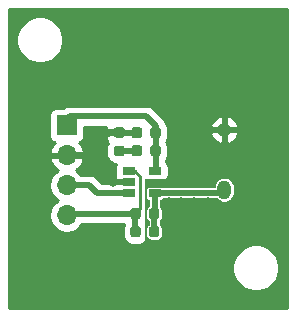
<source format=gbr>
%TF.GenerationSoftware,KiCad,Pcbnew,5.1.6-c6e7f7d~87~ubuntu18.04.1*%
%TF.CreationDate,2021-12-07T16:35:33-08:00*%
%TF.ProjectId,photodiode-amp,70686f74-6f64-4696-9f64-652d616d702e,rev?*%
%TF.SameCoordinates,Original*%
%TF.FileFunction,Copper,L1,Top*%
%TF.FilePolarity,Positive*%
%FSLAX46Y46*%
G04 Gerber Fmt 4.6, Leading zero omitted, Abs format (unit mm)*
G04 Created by KiCad (PCBNEW 5.1.6-c6e7f7d~87~ubuntu18.04.1) date 2021-12-07 16:35:33*
%MOMM*%
%LPD*%
G01*
G04 APERTURE LIST*
%TA.AperFunction,ComponentPad*%
%ADD10O,1.200000X1.200000*%
%TD*%
%TA.AperFunction,ComponentPad*%
%ADD11O,1.200000X1.600000*%
%TD*%
%TA.AperFunction,SMDPad,CuDef*%
%ADD12R,1.060000X0.650000*%
%TD*%
%TA.AperFunction,ComponentPad*%
%ADD13O,1.700000X1.700000*%
%TD*%
%TA.AperFunction,ComponentPad*%
%ADD14R,1.700000X1.700000*%
%TD*%
%TA.AperFunction,ViaPad*%
%ADD15C,0.800000*%
%TD*%
%TA.AperFunction,Conductor*%
%ADD16C,0.508000*%
%TD*%
%TA.AperFunction,Conductor*%
%ADD17C,0.254000*%
%TD*%
%TA.AperFunction,Conductor*%
%ADD18C,0.250000*%
%TD*%
%TA.AperFunction,Conductor*%
%ADD19C,0.025400*%
%TD*%
G04 APERTURE END LIST*
D10*
%TO.P,D1,2*%
%TO.N,GND*%
X158877000Y-94742000D03*
D11*
%TO.P,D1,1*%
%TO.N,Net-(C1-Pad1)*%
X158877000Y-99822000D03*
%TD*%
D12*
%TO.P,U1,5*%
%TO.N,+5V*%
X152992000Y-98237000D03*
%TO.P,U1,4*%
%TO.N,Net-(C1-Pad1)*%
X152992000Y-100137000D03*
%TO.P,U1,3*%
%TO.N,/Vref*%
X150792000Y-100137000D03*
%TO.P,U1,2*%
%TO.N,GND*%
X150792000Y-99187000D03*
%TO.P,U1,1*%
%TO.N,/Vout*%
X150792000Y-98237000D03*
%TD*%
%TO.P,R1,2*%
%TO.N,/Vout*%
%TA.AperFunction,SMDPad,CuDef*%
G36*
G01*
X151796000Y-101597750D02*
X151796000Y-102110250D01*
G75*
G02*
X151577250Y-102329000I-218750J0D01*
G01*
X151139750Y-102329000D01*
G75*
G02*
X150921000Y-102110250I0J218750D01*
G01*
X150921000Y-101597750D01*
G75*
G02*
X151139750Y-101379000I218750J0D01*
G01*
X151577250Y-101379000D01*
G75*
G02*
X151796000Y-101597750I0J-218750D01*
G01*
G37*
%TD.AperFunction*%
%TO.P,R1,1*%
%TO.N,Net-(C1-Pad1)*%
%TA.AperFunction,SMDPad,CuDef*%
G36*
G01*
X153371000Y-101597750D02*
X153371000Y-102110250D01*
G75*
G02*
X153152250Y-102329000I-218750J0D01*
G01*
X152714750Y-102329000D01*
G75*
G02*
X152496000Y-102110250I0J218750D01*
G01*
X152496000Y-101597750D01*
G75*
G02*
X152714750Y-101379000I218750J0D01*
G01*
X153152250Y-101379000D01*
G75*
G02*
X153371000Y-101597750I0J-218750D01*
G01*
G37*
%TD.AperFunction*%
%TD*%
%TO.P,R2,2*%
%TO.N,+5V*%
%TA.AperFunction,SMDPad,CuDef*%
G36*
G01*
X152623000Y-96776250D02*
X152623000Y-96263750D01*
G75*
G02*
X152841750Y-96045000I218750J0D01*
G01*
X153279250Y-96045000D01*
G75*
G02*
X153498000Y-96263750I0J-218750D01*
G01*
X153498000Y-96776250D01*
G75*
G02*
X153279250Y-96995000I-218750J0D01*
G01*
X152841750Y-96995000D01*
G75*
G02*
X152623000Y-96776250I0J218750D01*
G01*
G37*
%TD.AperFunction*%
%TO.P,R2,1*%
%TO.N,Net-(C2-Pad2)*%
%TA.AperFunction,SMDPad,CuDef*%
G36*
G01*
X151048000Y-96776250D02*
X151048000Y-96263750D01*
G75*
G02*
X151266750Y-96045000I218750J0D01*
G01*
X151704250Y-96045000D01*
G75*
G02*
X151923000Y-96263750I0J-218750D01*
G01*
X151923000Y-96776250D01*
G75*
G02*
X151704250Y-96995000I-218750J0D01*
G01*
X151266750Y-96995000D01*
G75*
G02*
X151048000Y-96776250I0J218750D01*
G01*
G37*
%TD.AperFunction*%
%TD*%
%TO.P,C1,2*%
%TO.N,/Vout*%
%TA.AperFunction,SMDPad,CuDef*%
G36*
G01*
X151796000Y-103121750D02*
X151796000Y-103634250D01*
G75*
G02*
X151577250Y-103853000I-218750J0D01*
G01*
X151139750Y-103853000D01*
G75*
G02*
X150921000Y-103634250I0J218750D01*
G01*
X150921000Y-103121750D01*
G75*
G02*
X151139750Y-102903000I218750J0D01*
G01*
X151577250Y-102903000D01*
G75*
G02*
X151796000Y-103121750I0J-218750D01*
G01*
G37*
%TD.AperFunction*%
%TO.P,C1,1*%
%TO.N,Net-(C1-Pad1)*%
%TA.AperFunction,SMDPad,CuDef*%
G36*
G01*
X153371000Y-103121750D02*
X153371000Y-103634250D01*
G75*
G02*
X153152250Y-103853000I-218750J0D01*
G01*
X152714750Y-103853000D01*
G75*
G02*
X152496000Y-103634250I0J218750D01*
G01*
X152496000Y-103121750D01*
G75*
G02*
X152714750Y-102903000I218750J0D01*
G01*
X153152250Y-102903000D01*
G75*
G02*
X153371000Y-103121750I0J-218750D01*
G01*
G37*
%TD.AperFunction*%
%TD*%
%TO.P,C2,2*%
%TO.N,Net-(C2-Pad2)*%
%TA.AperFunction,SMDPad,CuDef*%
G36*
G01*
X149730750Y-96108000D02*
X150243250Y-96108000D01*
G75*
G02*
X150462000Y-96326750I0J-218750D01*
G01*
X150462000Y-96764250D01*
G75*
G02*
X150243250Y-96983000I-218750J0D01*
G01*
X149730750Y-96983000D01*
G75*
G02*
X149512000Y-96764250I0J218750D01*
G01*
X149512000Y-96326750D01*
G75*
G02*
X149730750Y-96108000I218750J0D01*
G01*
G37*
%TD.AperFunction*%
%TO.P,C2,1*%
%TO.N,GND*%
%TA.AperFunction,SMDPad,CuDef*%
G36*
G01*
X149730750Y-94533000D02*
X150243250Y-94533000D01*
G75*
G02*
X150462000Y-94751750I0J-218750D01*
G01*
X150462000Y-95189250D01*
G75*
G02*
X150243250Y-95408000I-218750J0D01*
G01*
X149730750Y-95408000D01*
G75*
G02*
X149512000Y-95189250I0J218750D01*
G01*
X149512000Y-94751750D01*
G75*
G02*
X149730750Y-94533000I218750J0D01*
G01*
G37*
%TD.AperFunction*%
%TD*%
%TO.P,R3,2*%
%TO.N,+5V*%
%TA.AperFunction,SMDPad,CuDef*%
G36*
G01*
X152623000Y-95252250D02*
X152623000Y-94739750D01*
G75*
G02*
X152841750Y-94521000I218750J0D01*
G01*
X153279250Y-94521000D01*
G75*
G02*
X153498000Y-94739750I0J-218750D01*
G01*
X153498000Y-95252250D01*
G75*
G02*
X153279250Y-95471000I-218750J0D01*
G01*
X152841750Y-95471000D01*
G75*
G02*
X152623000Y-95252250I0J218750D01*
G01*
G37*
%TD.AperFunction*%
%TO.P,R3,1*%
%TO.N,GND*%
%TA.AperFunction,SMDPad,CuDef*%
G36*
G01*
X151048000Y-95252250D02*
X151048000Y-94739750D01*
G75*
G02*
X151266750Y-94521000I218750J0D01*
G01*
X151704250Y-94521000D01*
G75*
G02*
X151923000Y-94739750I0J-218750D01*
G01*
X151923000Y-95252250D01*
G75*
G02*
X151704250Y-95471000I-218750J0D01*
G01*
X151266750Y-95471000D01*
G75*
G02*
X151048000Y-95252250I0J218750D01*
G01*
G37*
%TD.AperFunction*%
%TD*%
D13*
%TO.P,J2,4*%
%TO.N,/Vout*%
X145542000Y-101981000D03*
%TO.P,J2,3*%
%TO.N,/Vref*%
X145542000Y-99441000D03*
%TO.P,J2,2*%
%TO.N,GND*%
X145542000Y-96901000D03*
D14*
%TO.P,J2,1*%
%TO.N,+5V*%
X145542000Y-94361000D03*
%TD*%
D15*
%TO.N,GND*%
X148971000Y-94996000D03*
X149479000Y-99187000D03*
X155575000Y-99187000D03*
X152654000Y-104775000D03*
X153797000Y-104775000D03*
X154178000Y-101727000D03*
X154178000Y-102743000D03*
X154178000Y-103759000D03*
X156464000Y-99187000D03*
X157480000Y-99187000D03*
X154178000Y-100838000D03*
X155194000Y-100838000D03*
X156337000Y-100838000D03*
X157480000Y-100838000D03*
X160020000Y-100965000D03*
X160147000Y-99822000D03*
X160020000Y-98806000D03*
X158800800Y-101244400D03*
X159131000Y-98298000D03*
X158089600Y-98475800D03*
%TD*%
D16*
%TO.N,GND*%
X150012500Y-94996000D02*
X149987000Y-94970500D01*
X151485500Y-94996000D02*
X150012500Y-94996000D01*
X148996500Y-94970500D02*
X148971000Y-94996000D01*
X149987000Y-94970500D02*
X148996500Y-94970500D01*
X147066000Y-96901000D02*
X148971000Y-94996000D01*
X145034000Y-96901000D02*
X147066000Y-96901000D01*
X150792000Y-99187000D02*
X149479000Y-99187000D01*
%TO.N,Net-(C2-Pad2)*%
X150012500Y-96520000D02*
X149987000Y-96545500D01*
X151485500Y-96520000D02*
X150012500Y-96520000D01*
%TO.N,/Vout*%
X151358500Y-101854000D02*
X151358500Y-103378000D01*
X145161000Y-101854000D02*
X145034000Y-101981000D01*
X151358500Y-101854000D02*
X145161000Y-101854000D01*
D17*
X151765000Y-101447500D02*
X151358500Y-101854000D01*
X151765000Y-98716398D02*
X151765000Y-101447500D01*
X150792000Y-98237000D02*
X151285602Y-98237000D01*
X151285602Y-98237000D02*
X151765000Y-98716398D01*
D16*
%TO.N,Net-(C1-Pad1)*%
X152992000Y-101795500D02*
X152933500Y-101854000D01*
X152992000Y-100137000D02*
X152992000Y-101795500D01*
X152933500Y-103378000D02*
X152933500Y-101854000D01*
X153051000Y-100078000D02*
X152992000Y-100137000D01*
X158877000Y-99822000D02*
X158621000Y-100078000D01*
X158621000Y-100078000D02*
X153051000Y-100078000D01*
D18*
%TO.N,/Vref*%
X145161000Y-99568000D02*
X145288000Y-99441000D01*
D16*
X148143000Y-100137000D02*
X150792000Y-100137000D01*
X145034000Y-99441000D02*
X147447000Y-99441000D01*
X147447000Y-99441000D02*
X148143000Y-100137000D01*
%TO.N,+5V*%
X153060500Y-94996000D02*
X153060500Y-96520000D01*
X153060500Y-98168500D02*
X152992000Y-98237000D01*
X153060500Y-96520000D02*
X153060500Y-98168500D01*
X153060500Y-94386500D02*
X152273000Y-93599000D01*
X153060500Y-94996000D02*
X153060500Y-94386500D01*
X145796000Y-93599000D02*
X145034000Y-94361000D01*
X152273000Y-93599000D02*
X145796000Y-93599000D01*
%TD*%
D17*
%TO.N,GND*%
G36*
X164186000Y-109830000D02*
G01*
X140614000Y-109830000D01*
X140614000Y-106230495D01*
X159559000Y-106230495D01*
X159559000Y-106621505D01*
X159635282Y-107005003D01*
X159784915Y-107366250D01*
X160002149Y-107691364D01*
X160278636Y-107967851D01*
X160603750Y-108185085D01*
X160964997Y-108334718D01*
X161348495Y-108411000D01*
X161739505Y-108411000D01*
X162123003Y-108334718D01*
X162484250Y-108185085D01*
X162809364Y-107967851D01*
X163085851Y-107691364D01*
X163303085Y-107366250D01*
X163452718Y-107005003D01*
X163529000Y-106621505D01*
X163529000Y-106230495D01*
X163452718Y-105846997D01*
X163303085Y-105485750D01*
X163085851Y-105160636D01*
X162809364Y-104884149D01*
X162484250Y-104666915D01*
X162123003Y-104517282D01*
X161739505Y-104441000D01*
X161348495Y-104441000D01*
X160964997Y-104517282D01*
X160603750Y-104666915D01*
X160278636Y-104884149D01*
X160002149Y-105160636D01*
X159784915Y-105485750D01*
X159635282Y-105846997D01*
X159559000Y-106230495D01*
X140614000Y-106230495D01*
X140614000Y-93511000D01*
X144053928Y-93511000D01*
X144053928Y-95211000D01*
X144066188Y-95335482D01*
X144102498Y-95455180D01*
X144161463Y-95565494D01*
X144240815Y-95662185D01*
X144337506Y-95741537D01*
X144447820Y-95800502D01*
X144528466Y-95824966D01*
X144444412Y-95900731D01*
X144270359Y-96134080D01*
X144145175Y-96396901D01*
X144100524Y-96544110D01*
X144221845Y-96774000D01*
X145415000Y-96774000D01*
X145415000Y-96754000D01*
X145669000Y-96754000D01*
X145669000Y-96774000D01*
X146862155Y-96774000D01*
X146983476Y-96544110D01*
X146938825Y-96396901D01*
X146813641Y-96134080D01*
X146639588Y-95900731D01*
X146555534Y-95824966D01*
X146636180Y-95800502D01*
X146746494Y-95741537D01*
X146843185Y-95662185D01*
X146922537Y-95565494D01*
X146981502Y-95455180D01*
X147017812Y-95335482D01*
X147030072Y-95211000D01*
X147030072Y-94488000D01*
X148878360Y-94488000D01*
X148873928Y-94533000D01*
X148877000Y-94684750D01*
X149035750Y-94843500D01*
X149860000Y-94843500D01*
X149860000Y-94823500D01*
X150114000Y-94823500D01*
X150114000Y-94843500D01*
X150546250Y-94843500D01*
X150571750Y-94869000D01*
X151358500Y-94869000D01*
X151358500Y-94849000D01*
X151612500Y-94849000D01*
X151612500Y-94869000D01*
X151632500Y-94869000D01*
X151632500Y-95123000D01*
X151612500Y-95123000D01*
X151612500Y-95143000D01*
X151358500Y-95143000D01*
X151358500Y-95123000D01*
X150963750Y-95123000D01*
X150938250Y-95097500D01*
X150114000Y-95097500D01*
X150114000Y-95117500D01*
X149860000Y-95117500D01*
X149860000Y-95097500D01*
X149035750Y-95097500D01*
X148877000Y-95256250D01*
X148873928Y-95408000D01*
X148886188Y-95532482D01*
X148922498Y-95652180D01*
X148981463Y-95762494D01*
X149036100Y-95829070D01*
X149018329Y-95850725D01*
X148939150Y-95998858D01*
X148890392Y-96159592D01*
X148873928Y-96326750D01*
X148873928Y-96764250D01*
X148890392Y-96931408D01*
X148939150Y-97092142D01*
X149018329Y-97240275D01*
X149124885Y-97370115D01*
X149254725Y-97476671D01*
X149402858Y-97555850D01*
X149563592Y-97604608D01*
X149699149Y-97617960D01*
X149672498Y-97667820D01*
X149636188Y-97787518D01*
X149623928Y-97912000D01*
X149623928Y-98562000D01*
X149636188Y-98686482D01*
X149643929Y-98712000D01*
X149636188Y-98737518D01*
X149623928Y-98862000D01*
X149627000Y-98901250D01*
X149785750Y-99060000D01*
X149867859Y-99060000D01*
X149907506Y-99092537D01*
X150017820Y-99151502D01*
X150134841Y-99187000D01*
X150017820Y-99222498D01*
X149970110Y-99248000D01*
X148511236Y-99248000D01*
X148106498Y-98843263D01*
X148078659Y-98809341D01*
X147943291Y-98698247D01*
X147788851Y-98615697D01*
X147621274Y-98564864D01*
X147490667Y-98552000D01*
X147490660Y-98552000D01*
X147447000Y-98547700D01*
X147403340Y-98552000D01*
X146733983Y-98552000D01*
X146695475Y-98494368D01*
X146488632Y-98287525D01*
X146306466Y-98165805D01*
X146423355Y-98096178D01*
X146639588Y-97901269D01*
X146813641Y-97667920D01*
X146938825Y-97405099D01*
X146983476Y-97257890D01*
X146862155Y-97028000D01*
X145669000Y-97028000D01*
X145669000Y-97048000D01*
X145415000Y-97048000D01*
X145415000Y-97028000D01*
X144221845Y-97028000D01*
X144100524Y-97257890D01*
X144145175Y-97405099D01*
X144270359Y-97667920D01*
X144444412Y-97901269D01*
X144660645Y-98096178D01*
X144777534Y-98165805D01*
X144595368Y-98287525D01*
X144388525Y-98494368D01*
X144226010Y-98737589D01*
X144114068Y-99007842D01*
X144057000Y-99294740D01*
X144057000Y-99587260D01*
X144114068Y-99874158D01*
X144226010Y-100144411D01*
X144388525Y-100387632D01*
X144595368Y-100594475D01*
X144769760Y-100711000D01*
X144595368Y-100827525D01*
X144388525Y-101034368D01*
X144226010Y-101277589D01*
X144114068Y-101547842D01*
X144057000Y-101834740D01*
X144057000Y-102127260D01*
X144114068Y-102414158D01*
X144226010Y-102684411D01*
X144388525Y-102927632D01*
X144595368Y-103134475D01*
X144838589Y-103296990D01*
X145108842Y-103408932D01*
X145395740Y-103466000D01*
X145688260Y-103466000D01*
X145975158Y-103408932D01*
X146245411Y-103296990D01*
X146488632Y-103134475D01*
X146695475Y-102927632D01*
X146818842Y-102743000D01*
X150375334Y-102743000D01*
X150348150Y-102793858D01*
X150299392Y-102954592D01*
X150282928Y-103121750D01*
X150282928Y-103634250D01*
X150299392Y-103801408D01*
X150348150Y-103962142D01*
X150427329Y-104110275D01*
X150533885Y-104240115D01*
X150663725Y-104346671D01*
X150811858Y-104425850D01*
X150972592Y-104474608D01*
X151139750Y-104491072D01*
X151577250Y-104491072D01*
X151744408Y-104474608D01*
X151905142Y-104425850D01*
X152053275Y-104346671D01*
X152146000Y-104270574D01*
X152238725Y-104346671D01*
X152386858Y-104425850D01*
X152547592Y-104474608D01*
X152714750Y-104491072D01*
X153152250Y-104491072D01*
X153319408Y-104474608D01*
X153480142Y-104425850D01*
X153628275Y-104346671D01*
X153758115Y-104240115D01*
X153864671Y-104110275D01*
X153943850Y-103962142D01*
X153992608Y-103801408D01*
X154009072Y-103634250D01*
X154009072Y-103121750D01*
X153992608Y-102954592D01*
X153943850Y-102793858D01*
X153864671Y-102645725D01*
X153840277Y-102616000D01*
X153864671Y-102586275D01*
X153943850Y-102438142D01*
X153992608Y-102277408D01*
X154009072Y-102110250D01*
X154009072Y-101597750D01*
X153992608Y-101430592D01*
X153943850Y-101269858D01*
X153881000Y-101152274D01*
X153881000Y-100988839D01*
X153907611Y-100967000D01*
X158081746Y-100967000D01*
X158187552Y-101053833D01*
X158402100Y-101168511D01*
X158634899Y-101239130D01*
X158877000Y-101262975D01*
X159119102Y-101239130D01*
X159351901Y-101168511D01*
X159566449Y-101053833D01*
X159754502Y-100899502D01*
X159908833Y-100711449D01*
X160023511Y-100496900D01*
X160094130Y-100264101D01*
X160112000Y-100082664D01*
X160112000Y-99561335D01*
X160094130Y-99379898D01*
X160023511Y-99147099D01*
X159908833Y-98932551D01*
X159754502Y-98744498D01*
X159566448Y-98590167D01*
X159351900Y-98475489D01*
X159119101Y-98404870D01*
X158877000Y-98381025D01*
X158634898Y-98404870D01*
X158402099Y-98475489D01*
X158187551Y-98590167D01*
X157999498Y-98744498D01*
X157845167Y-98932552D01*
X157730489Y-99147100D01*
X157717779Y-99189000D01*
X153655752Y-99189000D01*
X153649159Y-99187000D01*
X153766180Y-99151502D01*
X153876494Y-99092537D01*
X153973185Y-99013185D01*
X154052537Y-98916494D01*
X154111502Y-98806180D01*
X154147812Y-98686482D01*
X154160072Y-98562000D01*
X154160072Y-97912000D01*
X154147812Y-97787518D01*
X154111502Y-97667820D01*
X154052537Y-97557506D01*
X153973185Y-97460815D01*
X153949500Y-97441377D01*
X153949500Y-97303661D01*
X153991671Y-97252275D01*
X154070850Y-97104142D01*
X154119608Y-96943408D01*
X154136072Y-96776250D01*
X154136072Y-96263750D01*
X154119608Y-96096592D01*
X154070850Y-95935858D01*
X153991671Y-95787725D01*
X153967277Y-95758000D01*
X153991671Y-95728275D01*
X154070850Y-95580142D01*
X154119608Y-95419408D01*
X154136072Y-95252250D01*
X154136072Y-95059610D01*
X157683533Y-95059610D01*
X157768428Y-95286341D01*
X157895925Y-95492153D01*
X158061124Y-95669137D01*
X158257676Y-95810492D01*
X158478029Y-95910785D01*
X158559391Y-95935462D01*
X158750000Y-95810731D01*
X158750000Y-94869000D01*
X159004000Y-94869000D01*
X159004000Y-95810731D01*
X159194609Y-95935462D01*
X159275971Y-95910785D01*
X159496324Y-95810492D01*
X159692876Y-95669137D01*
X159858075Y-95492153D01*
X159985572Y-95286341D01*
X160070467Y-95059610D01*
X159946709Y-94869000D01*
X159004000Y-94869000D01*
X158750000Y-94869000D01*
X157807291Y-94869000D01*
X157683533Y-95059610D01*
X154136072Y-95059610D01*
X154136072Y-94739750D01*
X154119608Y-94572592D01*
X154074652Y-94424390D01*
X157683533Y-94424390D01*
X157807291Y-94615000D01*
X158750000Y-94615000D01*
X158750000Y-93673269D01*
X159004000Y-93673269D01*
X159004000Y-94615000D01*
X159946709Y-94615000D01*
X160070467Y-94424390D01*
X159985572Y-94197659D01*
X159858075Y-93991847D01*
X159692876Y-93814863D01*
X159496324Y-93673508D01*
X159275971Y-93573215D01*
X159194609Y-93548538D01*
X159004000Y-93673269D01*
X158750000Y-93673269D01*
X158559391Y-93548538D01*
X158478029Y-93573215D01*
X158257676Y-93673508D01*
X158061124Y-93814863D01*
X157895925Y-93991847D01*
X157768428Y-94197659D01*
X157683533Y-94424390D01*
X154074652Y-94424390D01*
X154070850Y-94411858D01*
X153991671Y-94263725D01*
X153929148Y-94187540D01*
X153893437Y-94069815D01*
X153885803Y-94044649D01*
X153803253Y-93890209D01*
X153692159Y-93754841D01*
X153658241Y-93727005D01*
X152932499Y-93001263D01*
X152904659Y-92967341D01*
X152769291Y-92856247D01*
X152614851Y-92773697D01*
X152447274Y-92722864D01*
X152316667Y-92710000D01*
X152316660Y-92710000D01*
X152273000Y-92705700D01*
X152229340Y-92710000D01*
X145839660Y-92710000D01*
X145796000Y-92705700D01*
X145752340Y-92710000D01*
X145752333Y-92710000D01*
X145638325Y-92721229D01*
X145621725Y-92722864D01*
X145570892Y-92738284D01*
X145454149Y-92773697D01*
X145299709Y-92856247D01*
X145279383Y-92872928D01*
X144692000Y-92872928D01*
X144567518Y-92885188D01*
X144447820Y-92921498D01*
X144337506Y-92980463D01*
X144240815Y-93059815D01*
X144161463Y-93156506D01*
X144102498Y-93266820D01*
X144066188Y-93386518D01*
X144053928Y-93511000D01*
X140614000Y-93511000D01*
X140614000Y-86926495D01*
X141271000Y-86926495D01*
X141271000Y-87317505D01*
X141347282Y-87701003D01*
X141496915Y-88062250D01*
X141714149Y-88387364D01*
X141990636Y-88663851D01*
X142315750Y-88881085D01*
X142676997Y-89030718D01*
X143060495Y-89107000D01*
X143451505Y-89107000D01*
X143835003Y-89030718D01*
X144196250Y-88881085D01*
X144521364Y-88663851D01*
X144797851Y-88387364D01*
X145015085Y-88062250D01*
X145164718Y-87701003D01*
X145241000Y-87317505D01*
X145241000Y-86926495D01*
X145164718Y-86542997D01*
X145015085Y-86181750D01*
X144797851Y-85856636D01*
X144521364Y-85580149D01*
X144196250Y-85362915D01*
X143835003Y-85213282D01*
X143451505Y-85137000D01*
X143060495Y-85137000D01*
X142676997Y-85213282D01*
X142315750Y-85362915D01*
X141990636Y-85580149D01*
X141714149Y-85856636D01*
X141496915Y-86181750D01*
X141347282Y-86542997D01*
X141271000Y-86926495D01*
X140614000Y-86926495D01*
X140614000Y-84480000D01*
X164186001Y-84480000D01*
X164186000Y-109830000D01*
G37*
X164186000Y-109830000D02*
X140614000Y-109830000D01*
X140614000Y-106230495D01*
X159559000Y-106230495D01*
X159559000Y-106621505D01*
X159635282Y-107005003D01*
X159784915Y-107366250D01*
X160002149Y-107691364D01*
X160278636Y-107967851D01*
X160603750Y-108185085D01*
X160964997Y-108334718D01*
X161348495Y-108411000D01*
X161739505Y-108411000D01*
X162123003Y-108334718D01*
X162484250Y-108185085D01*
X162809364Y-107967851D01*
X163085851Y-107691364D01*
X163303085Y-107366250D01*
X163452718Y-107005003D01*
X163529000Y-106621505D01*
X163529000Y-106230495D01*
X163452718Y-105846997D01*
X163303085Y-105485750D01*
X163085851Y-105160636D01*
X162809364Y-104884149D01*
X162484250Y-104666915D01*
X162123003Y-104517282D01*
X161739505Y-104441000D01*
X161348495Y-104441000D01*
X160964997Y-104517282D01*
X160603750Y-104666915D01*
X160278636Y-104884149D01*
X160002149Y-105160636D01*
X159784915Y-105485750D01*
X159635282Y-105846997D01*
X159559000Y-106230495D01*
X140614000Y-106230495D01*
X140614000Y-93511000D01*
X144053928Y-93511000D01*
X144053928Y-95211000D01*
X144066188Y-95335482D01*
X144102498Y-95455180D01*
X144161463Y-95565494D01*
X144240815Y-95662185D01*
X144337506Y-95741537D01*
X144447820Y-95800502D01*
X144528466Y-95824966D01*
X144444412Y-95900731D01*
X144270359Y-96134080D01*
X144145175Y-96396901D01*
X144100524Y-96544110D01*
X144221845Y-96774000D01*
X145415000Y-96774000D01*
X145415000Y-96754000D01*
X145669000Y-96754000D01*
X145669000Y-96774000D01*
X146862155Y-96774000D01*
X146983476Y-96544110D01*
X146938825Y-96396901D01*
X146813641Y-96134080D01*
X146639588Y-95900731D01*
X146555534Y-95824966D01*
X146636180Y-95800502D01*
X146746494Y-95741537D01*
X146843185Y-95662185D01*
X146922537Y-95565494D01*
X146981502Y-95455180D01*
X147017812Y-95335482D01*
X147030072Y-95211000D01*
X147030072Y-94488000D01*
X148878360Y-94488000D01*
X148873928Y-94533000D01*
X148877000Y-94684750D01*
X149035750Y-94843500D01*
X149860000Y-94843500D01*
X149860000Y-94823500D01*
X150114000Y-94823500D01*
X150114000Y-94843500D01*
X150546250Y-94843500D01*
X150571750Y-94869000D01*
X151358500Y-94869000D01*
X151358500Y-94849000D01*
X151612500Y-94849000D01*
X151612500Y-94869000D01*
X151632500Y-94869000D01*
X151632500Y-95123000D01*
X151612500Y-95123000D01*
X151612500Y-95143000D01*
X151358500Y-95143000D01*
X151358500Y-95123000D01*
X150963750Y-95123000D01*
X150938250Y-95097500D01*
X150114000Y-95097500D01*
X150114000Y-95117500D01*
X149860000Y-95117500D01*
X149860000Y-95097500D01*
X149035750Y-95097500D01*
X148877000Y-95256250D01*
X148873928Y-95408000D01*
X148886188Y-95532482D01*
X148922498Y-95652180D01*
X148981463Y-95762494D01*
X149036100Y-95829070D01*
X149018329Y-95850725D01*
X148939150Y-95998858D01*
X148890392Y-96159592D01*
X148873928Y-96326750D01*
X148873928Y-96764250D01*
X148890392Y-96931408D01*
X148939150Y-97092142D01*
X149018329Y-97240275D01*
X149124885Y-97370115D01*
X149254725Y-97476671D01*
X149402858Y-97555850D01*
X149563592Y-97604608D01*
X149699149Y-97617960D01*
X149672498Y-97667820D01*
X149636188Y-97787518D01*
X149623928Y-97912000D01*
X149623928Y-98562000D01*
X149636188Y-98686482D01*
X149643929Y-98712000D01*
X149636188Y-98737518D01*
X149623928Y-98862000D01*
X149627000Y-98901250D01*
X149785750Y-99060000D01*
X149867859Y-99060000D01*
X149907506Y-99092537D01*
X150017820Y-99151502D01*
X150134841Y-99187000D01*
X150017820Y-99222498D01*
X149970110Y-99248000D01*
X148511236Y-99248000D01*
X148106498Y-98843263D01*
X148078659Y-98809341D01*
X147943291Y-98698247D01*
X147788851Y-98615697D01*
X147621274Y-98564864D01*
X147490667Y-98552000D01*
X147490660Y-98552000D01*
X147447000Y-98547700D01*
X147403340Y-98552000D01*
X146733983Y-98552000D01*
X146695475Y-98494368D01*
X146488632Y-98287525D01*
X146306466Y-98165805D01*
X146423355Y-98096178D01*
X146639588Y-97901269D01*
X146813641Y-97667920D01*
X146938825Y-97405099D01*
X146983476Y-97257890D01*
X146862155Y-97028000D01*
X145669000Y-97028000D01*
X145669000Y-97048000D01*
X145415000Y-97048000D01*
X145415000Y-97028000D01*
X144221845Y-97028000D01*
X144100524Y-97257890D01*
X144145175Y-97405099D01*
X144270359Y-97667920D01*
X144444412Y-97901269D01*
X144660645Y-98096178D01*
X144777534Y-98165805D01*
X144595368Y-98287525D01*
X144388525Y-98494368D01*
X144226010Y-98737589D01*
X144114068Y-99007842D01*
X144057000Y-99294740D01*
X144057000Y-99587260D01*
X144114068Y-99874158D01*
X144226010Y-100144411D01*
X144388525Y-100387632D01*
X144595368Y-100594475D01*
X144769760Y-100711000D01*
X144595368Y-100827525D01*
X144388525Y-101034368D01*
X144226010Y-101277589D01*
X144114068Y-101547842D01*
X144057000Y-101834740D01*
X144057000Y-102127260D01*
X144114068Y-102414158D01*
X144226010Y-102684411D01*
X144388525Y-102927632D01*
X144595368Y-103134475D01*
X144838589Y-103296990D01*
X145108842Y-103408932D01*
X145395740Y-103466000D01*
X145688260Y-103466000D01*
X145975158Y-103408932D01*
X146245411Y-103296990D01*
X146488632Y-103134475D01*
X146695475Y-102927632D01*
X146818842Y-102743000D01*
X150375334Y-102743000D01*
X150348150Y-102793858D01*
X150299392Y-102954592D01*
X150282928Y-103121750D01*
X150282928Y-103634250D01*
X150299392Y-103801408D01*
X150348150Y-103962142D01*
X150427329Y-104110275D01*
X150533885Y-104240115D01*
X150663725Y-104346671D01*
X150811858Y-104425850D01*
X150972592Y-104474608D01*
X151139750Y-104491072D01*
X151577250Y-104491072D01*
X151744408Y-104474608D01*
X151905142Y-104425850D01*
X152053275Y-104346671D01*
X152146000Y-104270574D01*
X152238725Y-104346671D01*
X152386858Y-104425850D01*
X152547592Y-104474608D01*
X152714750Y-104491072D01*
X153152250Y-104491072D01*
X153319408Y-104474608D01*
X153480142Y-104425850D01*
X153628275Y-104346671D01*
X153758115Y-104240115D01*
X153864671Y-104110275D01*
X153943850Y-103962142D01*
X153992608Y-103801408D01*
X154009072Y-103634250D01*
X154009072Y-103121750D01*
X153992608Y-102954592D01*
X153943850Y-102793858D01*
X153864671Y-102645725D01*
X153840277Y-102616000D01*
X153864671Y-102586275D01*
X153943850Y-102438142D01*
X153992608Y-102277408D01*
X154009072Y-102110250D01*
X154009072Y-101597750D01*
X153992608Y-101430592D01*
X153943850Y-101269858D01*
X153881000Y-101152274D01*
X153881000Y-100988839D01*
X153907611Y-100967000D01*
X158081746Y-100967000D01*
X158187552Y-101053833D01*
X158402100Y-101168511D01*
X158634899Y-101239130D01*
X158877000Y-101262975D01*
X159119102Y-101239130D01*
X159351901Y-101168511D01*
X159566449Y-101053833D01*
X159754502Y-100899502D01*
X159908833Y-100711449D01*
X160023511Y-100496900D01*
X160094130Y-100264101D01*
X160112000Y-100082664D01*
X160112000Y-99561335D01*
X160094130Y-99379898D01*
X160023511Y-99147099D01*
X159908833Y-98932551D01*
X159754502Y-98744498D01*
X159566448Y-98590167D01*
X159351900Y-98475489D01*
X159119101Y-98404870D01*
X158877000Y-98381025D01*
X158634898Y-98404870D01*
X158402099Y-98475489D01*
X158187551Y-98590167D01*
X157999498Y-98744498D01*
X157845167Y-98932552D01*
X157730489Y-99147100D01*
X157717779Y-99189000D01*
X153655752Y-99189000D01*
X153649159Y-99187000D01*
X153766180Y-99151502D01*
X153876494Y-99092537D01*
X153973185Y-99013185D01*
X154052537Y-98916494D01*
X154111502Y-98806180D01*
X154147812Y-98686482D01*
X154160072Y-98562000D01*
X154160072Y-97912000D01*
X154147812Y-97787518D01*
X154111502Y-97667820D01*
X154052537Y-97557506D01*
X153973185Y-97460815D01*
X153949500Y-97441377D01*
X153949500Y-97303661D01*
X153991671Y-97252275D01*
X154070850Y-97104142D01*
X154119608Y-96943408D01*
X154136072Y-96776250D01*
X154136072Y-96263750D01*
X154119608Y-96096592D01*
X154070850Y-95935858D01*
X153991671Y-95787725D01*
X153967277Y-95758000D01*
X153991671Y-95728275D01*
X154070850Y-95580142D01*
X154119608Y-95419408D01*
X154136072Y-95252250D01*
X154136072Y-95059610D01*
X157683533Y-95059610D01*
X157768428Y-95286341D01*
X157895925Y-95492153D01*
X158061124Y-95669137D01*
X158257676Y-95810492D01*
X158478029Y-95910785D01*
X158559391Y-95935462D01*
X158750000Y-95810731D01*
X158750000Y-94869000D01*
X159004000Y-94869000D01*
X159004000Y-95810731D01*
X159194609Y-95935462D01*
X159275971Y-95910785D01*
X159496324Y-95810492D01*
X159692876Y-95669137D01*
X159858075Y-95492153D01*
X159985572Y-95286341D01*
X160070467Y-95059610D01*
X159946709Y-94869000D01*
X159004000Y-94869000D01*
X158750000Y-94869000D01*
X157807291Y-94869000D01*
X157683533Y-95059610D01*
X154136072Y-95059610D01*
X154136072Y-94739750D01*
X154119608Y-94572592D01*
X154074652Y-94424390D01*
X157683533Y-94424390D01*
X157807291Y-94615000D01*
X158750000Y-94615000D01*
X158750000Y-93673269D01*
X159004000Y-93673269D01*
X159004000Y-94615000D01*
X159946709Y-94615000D01*
X160070467Y-94424390D01*
X159985572Y-94197659D01*
X159858075Y-93991847D01*
X159692876Y-93814863D01*
X159496324Y-93673508D01*
X159275971Y-93573215D01*
X159194609Y-93548538D01*
X159004000Y-93673269D01*
X158750000Y-93673269D01*
X158559391Y-93548538D01*
X158478029Y-93573215D01*
X158257676Y-93673508D01*
X158061124Y-93814863D01*
X157895925Y-93991847D01*
X157768428Y-94197659D01*
X157683533Y-94424390D01*
X154074652Y-94424390D01*
X154070850Y-94411858D01*
X153991671Y-94263725D01*
X153929148Y-94187540D01*
X153893437Y-94069815D01*
X153885803Y-94044649D01*
X153803253Y-93890209D01*
X153692159Y-93754841D01*
X153658241Y-93727005D01*
X152932499Y-93001263D01*
X152904659Y-92967341D01*
X152769291Y-92856247D01*
X152614851Y-92773697D01*
X152447274Y-92722864D01*
X152316667Y-92710000D01*
X152316660Y-92710000D01*
X152273000Y-92705700D01*
X152229340Y-92710000D01*
X145839660Y-92710000D01*
X145796000Y-92705700D01*
X145752340Y-92710000D01*
X145752333Y-92710000D01*
X145638325Y-92721229D01*
X145621725Y-92722864D01*
X145570892Y-92738284D01*
X145454149Y-92773697D01*
X145299709Y-92856247D01*
X145279383Y-92872928D01*
X144692000Y-92872928D01*
X144567518Y-92885188D01*
X144447820Y-92921498D01*
X144337506Y-92980463D01*
X144240815Y-93059815D01*
X144161463Y-93156506D01*
X144102498Y-93266820D01*
X144066188Y-93386518D01*
X144053928Y-93511000D01*
X140614000Y-93511000D01*
X140614000Y-86926495D01*
X141271000Y-86926495D01*
X141271000Y-87317505D01*
X141347282Y-87701003D01*
X141496915Y-88062250D01*
X141714149Y-88387364D01*
X141990636Y-88663851D01*
X142315750Y-88881085D01*
X142676997Y-89030718D01*
X143060495Y-89107000D01*
X143451505Y-89107000D01*
X143835003Y-89030718D01*
X144196250Y-88881085D01*
X144521364Y-88663851D01*
X144797851Y-88387364D01*
X145015085Y-88062250D01*
X145164718Y-87701003D01*
X145241000Y-87317505D01*
X145241000Y-86926495D01*
X145164718Y-86542997D01*
X145015085Y-86181750D01*
X144797851Y-85856636D01*
X144521364Y-85580149D01*
X144196250Y-85362915D01*
X143835003Y-85213282D01*
X143451505Y-85137000D01*
X143060495Y-85137000D01*
X142676997Y-85213282D01*
X142315750Y-85362915D01*
X141990636Y-85580149D01*
X141714149Y-85856636D01*
X141496915Y-86181750D01*
X141347282Y-86542997D01*
X141271000Y-86926495D01*
X140614000Y-86926495D01*
X140614000Y-84480000D01*
X164186001Y-84480000D01*
X164186000Y-109830000D01*
D19*
G36*
X160642300Y-101688900D02*
G01*
X154686000Y-101688900D01*
X154683522Y-101689144D01*
X154681140Y-101689867D01*
X154678944Y-101691040D01*
X154677020Y-101692620D01*
X154675440Y-101694544D01*
X154674267Y-101696740D01*
X154673544Y-101699122D01*
X154673300Y-101701600D01*
X154673300Y-105397300D01*
X152158700Y-105397300D01*
X152158700Y-99812000D01*
X152248271Y-99812000D01*
X152248271Y-100462000D01*
X152252378Y-100503696D01*
X152264540Y-100543791D01*
X152284291Y-100580741D01*
X152310871Y-100613129D01*
X152343259Y-100639709D01*
X152380209Y-100659460D01*
X152420304Y-100671622D01*
X152462000Y-100675729D01*
X152525300Y-100675729D01*
X152525301Y-101210992D01*
X152474478Y-101238157D01*
X152408941Y-101291941D01*
X152355157Y-101357478D01*
X152315192Y-101432247D01*
X152290581Y-101513378D01*
X152282271Y-101597750D01*
X152282271Y-102110250D01*
X152290581Y-102194622D01*
X152315192Y-102275753D01*
X152355157Y-102350522D01*
X152408941Y-102416059D01*
X152466801Y-102463542D01*
X152466800Y-102768458D01*
X152408941Y-102815941D01*
X152355157Y-102881478D01*
X152315192Y-102956247D01*
X152290581Y-103037378D01*
X152282271Y-103121750D01*
X152282271Y-103634250D01*
X152290581Y-103718622D01*
X152315192Y-103799753D01*
X152355157Y-103874522D01*
X152408941Y-103940059D01*
X152474478Y-103993843D01*
X152549247Y-104033808D01*
X152630378Y-104058419D01*
X152714750Y-104066729D01*
X153152250Y-104066729D01*
X153236622Y-104058419D01*
X153317753Y-104033808D01*
X153392522Y-103993843D01*
X153458059Y-103940059D01*
X153511843Y-103874522D01*
X153551808Y-103799753D01*
X153576419Y-103718622D01*
X153584729Y-103634250D01*
X153584729Y-103121750D01*
X153576419Y-103037378D01*
X153551808Y-102956247D01*
X153511843Y-102881478D01*
X153458059Y-102815941D01*
X153400200Y-102768458D01*
X153400200Y-102463542D01*
X153458059Y-102416059D01*
X153511843Y-102350522D01*
X153551808Y-102275753D01*
X153576419Y-102194622D01*
X153584729Y-102110250D01*
X153584729Y-101597750D01*
X153576419Y-101513378D01*
X153551808Y-101432247D01*
X153511843Y-101357478D01*
X153458700Y-101292722D01*
X153458700Y-100675729D01*
X153522000Y-100675729D01*
X153563696Y-100671622D01*
X153603791Y-100659460D01*
X153640741Y-100639709D01*
X153673129Y-100613129D01*
X153699709Y-100580741D01*
X153718974Y-100544700D01*
X158254626Y-100544700D01*
X158299555Y-100599446D01*
X158423305Y-100701005D01*
X158564489Y-100776470D01*
X158717684Y-100822941D01*
X158877000Y-100838632D01*
X159036317Y-100822941D01*
X159189512Y-100776470D01*
X159330696Y-100701005D01*
X159454446Y-100599446D01*
X159556005Y-100475696D01*
X159631470Y-100334512D01*
X159677941Y-100181317D01*
X159689700Y-100061922D01*
X159689700Y-99582077D01*
X159677941Y-99462683D01*
X159631470Y-99309488D01*
X159556005Y-99168304D01*
X159454446Y-99044554D01*
X159330695Y-98942995D01*
X159189511Y-98867530D01*
X159036316Y-98821059D01*
X158877000Y-98805368D01*
X158717683Y-98821059D01*
X158564488Y-98867530D01*
X158423304Y-98942995D01*
X158299554Y-99044554D01*
X158197995Y-99168305D01*
X158122530Y-99309489D01*
X158076059Y-99462684D01*
X158064300Y-99582078D01*
X158064300Y-99611300D01*
X153593110Y-99611300D01*
X153563696Y-99602378D01*
X153522000Y-99598271D01*
X152462000Y-99598271D01*
X152420304Y-99602378D01*
X152380209Y-99614540D01*
X152343259Y-99634291D01*
X152310871Y-99660871D01*
X152284291Y-99693259D01*
X152264540Y-99730209D01*
X152252378Y-99770304D01*
X152248271Y-99812000D01*
X152158700Y-99812000D01*
X152158700Y-98945700D01*
X155067000Y-98945700D01*
X155069478Y-98945456D01*
X155071860Y-98944733D01*
X155074056Y-98943560D01*
X155075980Y-98941980D01*
X155077560Y-98940056D01*
X155078733Y-98937860D01*
X155079456Y-98935478D01*
X155079700Y-98933000D01*
X155079700Y-97929700D01*
X160642300Y-97929700D01*
X160642300Y-101688900D01*
G37*
X160642300Y-101688900D02*
X154686000Y-101688900D01*
X154683522Y-101689144D01*
X154681140Y-101689867D01*
X154678944Y-101691040D01*
X154677020Y-101692620D01*
X154675440Y-101694544D01*
X154674267Y-101696740D01*
X154673544Y-101699122D01*
X154673300Y-101701600D01*
X154673300Y-105397300D01*
X152158700Y-105397300D01*
X152158700Y-99812000D01*
X152248271Y-99812000D01*
X152248271Y-100462000D01*
X152252378Y-100503696D01*
X152264540Y-100543791D01*
X152284291Y-100580741D01*
X152310871Y-100613129D01*
X152343259Y-100639709D01*
X152380209Y-100659460D01*
X152420304Y-100671622D01*
X152462000Y-100675729D01*
X152525300Y-100675729D01*
X152525301Y-101210992D01*
X152474478Y-101238157D01*
X152408941Y-101291941D01*
X152355157Y-101357478D01*
X152315192Y-101432247D01*
X152290581Y-101513378D01*
X152282271Y-101597750D01*
X152282271Y-102110250D01*
X152290581Y-102194622D01*
X152315192Y-102275753D01*
X152355157Y-102350522D01*
X152408941Y-102416059D01*
X152466801Y-102463542D01*
X152466800Y-102768458D01*
X152408941Y-102815941D01*
X152355157Y-102881478D01*
X152315192Y-102956247D01*
X152290581Y-103037378D01*
X152282271Y-103121750D01*
X152282271Y-103634250D01*
X152290581Y-103718622D01*
X152315192Y-103799753D01*
X152355157Y-103874522D01*
X152408941Y-103940059D01*
X152474478Y-103993843D01*
X152549247Y-104033808D01*
X152630378Y-104058419D01*
X152714750Y-104066729D01*
X153152250Y-104066729D01*
X153236622Y-104058419D01*
X153317753Y-104033808D01*
X153392522Y-103993843D01*
X153458059Y-103940059D01*
X153511843Y-103874522D01*
X153551808Y-103799753D01*
X153576419Y-103718622D01*
X153584729Y-103634250D01*
X153584729Y-103121750D01*
X153576419Y-103037378D01*
X153551808Y-102956247D01*
X153511843Y-102881478D01*
X153458059Y-102815941D01*
X153400200Y-102768458D01*
X153400200Y-102463542D01*
X153458059Y-102416059D01*
X153511843Y-102350522D01*
X153551808Y-102275753D01*
X153576419Y-102194622D01*
X153584729Y-102110250D01*
X153584729Y-101597750D01*
X153576419Y-101513378D01*
X153551808Y-101432247D01*
X153511843Y-101357478D01*
X153458700Y-101292722D01*
X153458700Y-100675729D01*
X153522000Y-100675729D01*
X153563696Y-100671622D01*
X153603791Y-100659460D01*
X153640741Y-100639709D01*
X153673129Y-100613129D01*
X153699709Y-100580741D01*
X153718974Y-100544700D01*
X158254626Y-100544700D01*
X158299555Y-100599446D01*
X158423305Y-100701005D01*
X158564489Y-100776470D01*
X158717684Y-100822941D01*
X158877000Y-100838632D01*
X159036317Y-100822941D01*
X159189512Y-100776470D01*
X159330696Y-100701005D01*
X159454446Y-100599446D01*
X159556005Y-100475696D01*
X159631470Y-100334512D01*
X159677941Y-100181317D01*
X159689700Y-100061922D01*
X159689700Y-99582077D01*
X159677941Y-99462683D01*
X159631470Y-99309488D01*
X159556005Y-99168304D01*
X159454446Y-99044554D01*
X159330695Y-98942995D01*
X159189511Y-98867530D01*
X159036316Y-98821059D01*
X158877000Y-98805368D01*
X158717683Y-98821059D01*
X158564488Y-98867530D01*
X158423304Y-98942995D01*
X158299554Y-99044554D01*
X158197995Y-99168305D01*
X158122530Y-99309489D01*
X158076059Y-99462684D01*
X158064300Y-99582078D01*
X158064300Y-99611300D01*
X153593110Y-99611300D01*
X153563696Y-99602378D01*
X153522000Y-99598271D01*
X152462000Y-99598271D01*
X152420304Y-99602378D01*
X152380209Y-99614540D01*
X152343259Y-99634291D01*
X152310871Y-99660871D01*
X152284291Y-99693259D01*
X152264540Y-99730209D01*
X152252378Y-99770304D01*
X152248271Y-99812000D01*
X152158700Y-99812000D01*
X152158700Y-98945700D01*
X155067000Y-98945700D01*
X155069478Y-98945456D01*
X155071860Y-98944733D01*
X155074056Y-98943560D01*
X155075980Y-98941980D01*
X155077560Y-98940056D01*
X155078733Y-98937860D01*
X155079456Y-98935478D01*
X155079700Y-98933000D01*
X155079700Y-97929700D01*
X160642300Y-97929700D01*
X160642300Y-101688900D01*
%TD*%
M02*

</source>
